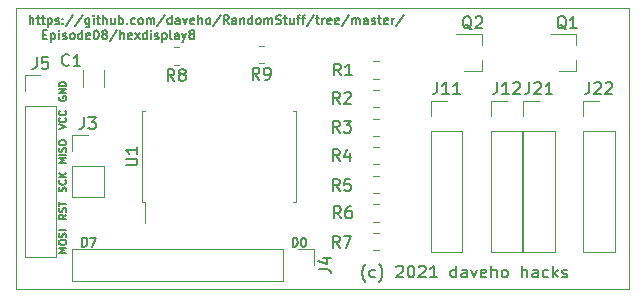
<source format=gbr>
G04 #@! TF.GenerationSoftware,KiCad,Pcbnew,5.1.10-88a1d61d58~88~ubuntu20.04.1*
G04 #@! TF.CreationDate,2021-05-20T13:29:31-04:00*
G04 #@! TF.ProjectId,hexdisplay8,68657864-6973-4706-9c61-79382e6b6963,rev?*
G04 #@! TF.SameCoordinates,Original*
G04 #@! TF.FileFunction,Legend,Top*
G04 #@! TF.FilePolarity,Positive*
%FSLAX46Y46*%
G04 Gerber Fmt 4.6, Leading zero omitted, Abs format (unit mm)*
G04 Created by KiCad (PCBNEW 5.1.10-88a1d61d58~88~ubuntu20.04.1) date 2021-05-20 13:29:31*
%MOMM*%
%LPD*%
G01*
G04 APERTURE LIST*
G04 #@! TA.AperFunction,Profile*
%ADD10C,0.050000*%
G04 #@! TD*
%ADD11C,0.150000*%
%ADD12C,0.120000*%
G04 APERTURE END LIST*
D10*
X188000000Y-122000000D02*
X136100000Y-122000000D01*
X188000000Y-98200000D02*
X136400000Y-98200000D01*
X188000000Y-122000000D02*
X188000000Y-98200000D01*
D11*
X140371428Y-118942857D02*
X139771428Y-118942857D01*
X140200000Y-118742857D01*
X139771428Y-118542857D01*
X140371428Y-118542857D01*
X139771428Y-118142857D02*
X139771428Y-118028571D01*
X139800000Y-117971428D01*
X139857142Y-117914285D01*
X139971428Y-117885714D01*
X140171428Y-117885714D01*
X140285714Y-117914285D01*
X140342857Y-117971428D01*
X140371428Y-118028571D01*
X140371428Y-118142857D01*
X140342857Y-118200000D01*
X140285714Y-118257142D01*
X140171428Y-118285714D01*
X139971428Y-118285714D01*
X139857142Y-118257142D01*
X139800000Y-118200000D01*
X139771428Y-118142857D01*
X140342857Y-117657142D02*
X140371428Y-117571428D01*
X140371428Y-117428571D01*
X140342857Y-117371428D01*
X140314285Y-117342857D01*
X140257142Y-117314285D01*
X140200000Y-117314285D01*
X140142857Y-117342857D01*
X140114285Y-117371428D01*
X140085714Y-117428571D01*
X140057142Y-117542857D01*
X140028571Y-117600000D01*
X140000000Y-117628571D01*
X139942857Y-117657142D01*
X139885714Y-117657142D01*
X139828571Y-117628571D01*
X139800000Y-117600000D01*
X139771428Y-117542857D01*
X139771428Y-117400000D01*
X139800000Y-117314285D01*
X140371428Y-117057142D02*
X139771428Y-117057142D01*
X140371428Y-115728571D02*
X140085714Y-115928571D01*
X140371428Y-116071428D02*
X139771428Y-116071428D01*
X139771428Y-115842857D01*
X139800000Y-115785714D01*
X139828571Y-115757142D01*
X139885714Y-115728571D01*
X139971428Y-115728571D01*
X140028571Y-115757142D01*
X140057142Y-115785714D01*
X140085714Y-115842857D01*
X140085714Y-116071428D01*
X140342857Y-115500000D02*
X140371428Y-115414285D01*
X140371428Y-115271428D01*
X140342857Y-115214285D01*
X140314285Y-115185714D01*
X140257142Y-115157142D01*
X140200000Y-115157142D01*
X140142857Y-115185714D01*
X140114285Y-115214285D01*
X140085714Y-115271428D01*
X140057142Y-115385714D01*
X140028571Y-115442857D01*
X140000000Y-115471428D01*
X139942857Y-115500000D01*
X139885714Y-115500000D01*
X139828571Y-115471428D01*
X139800000Y-115442857D01*
X139771428Y-115385714D01*
X139771428Y-115242857D01*
X139800000Y-115157142D01*
X139771428Y-114985714D02*
X139771428Y-114642857D01*
X140371428Y-114814285D02*
X139771428Y-114814285D01*
X140342857Y-113771428D02*
X140371428Y-113685714D01*
X140371428Y-113542857D01*
X140342857Y-113485714D01*
X140314285Y-113457142D01*
X140257142Y-113428571D01*
X140200000Y-113428571D01*
X140142857Y-113457142D01*
X140114285Y-113485714D01*
X140085714Y-113542857D01*
X140057142Y-113657142D01*
X140028571Y-113714285D01*
X140000000Y-113742857D01*
X139942857Y-113771428D01*
X139885714Y-113771428D01*
X139828571Y-113742857D01*
X139800000Y-113714285D01*
X139771428Y-113657142D01*
X139771428Y-113514285D01*
X139800000Y-113428571D01*
X140314285Y-112828571D02*
X140342857Y-112857142D01*
X140371428Y-112942857D01*
X140371428Y-113000000D01*
X140342857Y-113085714D01*
X140285714Y-113142857D01*
X140228571Y-113171428D01*
X140114285Y-113200000D01*
X140028571Y-113200000D01*
X139914285Y-113171428D01*
X139857142Y-113142857D01*
X139800000Y-113085714D01*
X139771428Y-113000000D01*
X139771428Y-112942857D01*
X139800000Y-112857142D01*
X139828571Y-112828571D01*
X140371428Y-112571428D02*
X139771428Y-112571428D01*
X140371428Y-112228571D02*
X140028571Y-112485714D01*
X139771428Y-112228571D02*
X140114285Y-112571428D01*
X140371428Y-111342857D02*
X139771428Y-111342857D01*
X140200000Y-111142857D01*
X139771428Y-110942857D01*
X140371428Y-110942857D01*
X140371428Y-110657142D02*
X139771428Y-110657142D01*
X140342857Y-110400000D02*
X140371428Y-110314285D01*
X140371428Y-110171428D01*
X140342857Y-110114285D01*
X140314285Y-110085714D01*
X140257142Y-110057142D01*
X140200000Y-110057142D01*
X140142857Y-110085714D01*
X140114285Y-110114285D01*
X140085714Y-110171428D01*
X140057142Y-110285714D01*
X140028571Y-110342857D01*
X140000000Y-110371428D01*
X139942857Y-110400000D01*
X139885714Y-110400000D01*
X139828571Y-110371428D01*
X139800000Y-110342857D01*
X139771428Y-110285714D01*
X139771428Y-110142857D01*
X139800000Y-110057142D01*
X139771428Y-109685714D02*
X139771428Y-109571428D01*
X139800000Y-109514285D01*
X139857142Y-109457142D01*
X139971428Y-109428571D01*
X140171428Y-109428571D01*
X140285714Y-109457142D01*
X140342857Y-109514285D01*
X140371428Y-109571428D01*
X140371428Y-109685714D01*
X140342857Y-109742857D01*
X140285714Y-109800000D01*
X140171428Y-109828571D01*
X139971428Y-109828571D01*
X139857142Y-109800000D01*
X139800000Y-109742857D01*
X139771428Y-109685714D01*
X139771428Y-108500000D02*
X140371428Y-108300000D01*
X139771428Y-108100000D01*
X140314285Y-107557142D02*
X140342857Y-107585714D01*
X140371428Y-107671428D01*
X140371428Y-107728571D01*
X140342857Y-107814285D01*
X140285714Y-107871428D01*
X140228571Y-107900000D01*
X140114285Y-107928571D01*
X140028571Y-107928571D01*
X139914285Y-107900000D01*
X139857142Y-107871428D01*
X139800000Y-107814285D01*
X139771428Y-107728571D01*
X139771428Y-107671428D01*
X139800000Y-107585714D01*
X139828571Y-107557142D01*
X140314285Y-106957142D02*
X140342857Y-106985714D01*
X140371428Y-107071428D01*
X140371428Y-107128571D01*
X140342857Y-107214285D01*
X140285714Y-107271428D01*
X140228571Y-107300000D01*
X140114285Y-107328571D01*
X140028571Y-107328571D01*
X139914285Y-107300000D01*
X139857142Y-107271428D01*
X139800000Y-107214285D01*
X139771428Y-107128571D01*
X139771428Y-107071428D01*
X139800000Y-106985714D01*
X139828571Y-106957142D01*
X139800000Y-105757142D02*
X139771428Y-105814285D01*
X139771428Y-105900000D01*
X139800000Y-105985714D01*
X139857142Y-106042857D01*
X139914285Y-106071428D01*
X140028571Y-106100000D01*
X140114285Y-106100000D01*
X140228571Y-106071428D01*
X140285714Y-106042857D01*
X140342857Y-105985714D01*
X140371428Y-105900000D01*
X140371428Y-105842857D01*
X140342857Y-105757142D01*
X140314285Y-105728571D01*
X140114285Y-105728571D01*
X140114285Y-105842857D01*
X140371428Y-105471428D02*
X139771428Y-105471428D01*
X140371428Y-105128571D01*
X139771428Y-105128571D01*
X140371428Y-104842857D02*
X139771428Y-104842857D01*
X139771428Y-104700000D01*
X139800000Y-104614285D01*
X139857142Y-104557142D01*
X139914285Y-104528571D01*
X140028571Y-104500000D01*
X140114285Y-104500000D01*
X140228571Y-104528571D01*
X140285714Y-104557142D01*
X140342857Y-104614285D01*
X140371428Y-104700000D01*
X140371428Y-104842857D01*
X159546428Y-118439285D02*
X159546428Y-117689285D01*
X159725000Y-117689285D01*
X159832142Y-117725000D01*
X159903571Y-117796428D01*
X159939285Y-117867857D01*
X159975000Y-118010714D01*
X159975000Y-118117857D01*
X159939285Y-118260714D01*
X159903571Y-118332142D01*
X159832142Y-118403571D01*
X159725000Y-118439285D01*
X159546428Y-118439285D01*
X160439285Y-117689285D02*
X160510714Y-117689285D01*
X160582142Y-117725000D01*
X160617857Y-117760714D01*
X160653571Y-117832142D01*
X160689285Y-117975000D01*
X160689285Y-118153571D01*
X160653571Y-118296428D01*
X160617857Y-118367857D01*
X160582142Y-118403571D01*
X160510714Y-118439285D01*
X160439285Y-118439285D01*
X160367857Y-118403571D01*
X160332142Y-118367857D01*
X160296428Y-118296428D01*
X160260714Y-118153571D01*
X160260714Y-117975000D01*
X160296428Y-117832142D01*
X160332142Y-117760714D01*
X160367857Y-117725000D01*
X160439285Y-117689285D01*
X141746428Y-118439285D02*
X141746428Y-117689285D01*
X141925000Y-117689285D01*
X142032142Y-117725000D01*
X142103571Y-117796428D01*
X142139285Y-117867857D01*
X142175000Y-118010714D01*
X142175000Y-118117857D01*
X142139285Y-118260714D01*
X142103571Y-118332142D01*
X142032142Y-118403571D01*
X141925000Y-118439285D01*
X141746428Y-118439285D01*
X142425000Y-117689285D02*
X142925000Y-117689285D01*
X142603571Y-118439285D01*
X137276071Y-99601785D02*
X137276071Y-98851785D01*
X137597500Y-99601785D02*
X137597500Y-99208928D01*
X137561785Y-99137500D01*
X137490357Y-99101785D01*
X137383214Y-99101785D01*
X137311785Y-99137500D01*
X137276071Y-99173214D01*
X137847500Y-99101785D02*
X138133214Y-99101785D01*
X137954642Y-98851785D02*
X137954642Y-99494642D01*
X137990357Y-99566071D01*
X138061785Y-99601785D01*
X138133214Y-99601785D01*
X138276071Y-99101785D02*
X138561785Y-99101785D01*
X138383214Y-98851785D02*
X138383214Y-99494642D01*
X138418928Y-99566071D01*
X138490357Y-99601785D01*
X138561785Y-99601785D01*
X138811785Y-99101785D02*
X138811785Y-99851785D01*
X138811785Y-99137500D02*
X138883214Y-99101785D01*
X139026071Y-99101785D01*
X139097500Y-99137500D01*
X139133214Y-99173214D01*
X139168928Y-99244642D01*
X139168928Y-99458928D01*
X139133214Y-99530357D01*
X139097500Y-99566071D01*
X139026071Y-99601785D01*
X138883214Y-99601785D01*
X138811785Y-99566071D01*
X139454642Y-99566071D02*
X139526071Y-99601785D01*
X139668928Y-99601785D01*
X139740357Y-99566071D01*
X139776071Y-99494642D01*
X139776071Y-99458928D01*
X139740357Y-99387500D01*
X139668928Y-99351785D01*
X139561785Y-99351785D01*
X139490357Y-99316071D01*
X139454642Y-99244642D01*
X139454642Y-99208928D01*
X139490357Y-99137500D01*
X139561785Y-99101785D01*
X139668928Y-99101785D01*
X139740357Y-99137500D01*
X140097500Y-99530357D02*
X140133214Y-99566071D01*
X140097500Y-99601785D01*
X140061785Y-99566071D01*
X140097500Y-99530357D01*
X140097500Y-99601785D01*
X140097500Y-99137500D02*
X140133214Y-99173214D01*
X140097500Y-99208928D01*
X140061785Y-99173214D01*
X140097500Y-99137500D01*
X140097500Y-99208928D01*
X140990357Y-98816071D02*
X140347500Y-99780357D01*
X141776071Y-98816071D02*
X141133214Y-99780357D01*
X142347500Y-99101785D02*
X142347500Y-99708928D01*
X142311785Y-99780357D01*
X142276071Y-99816071D01*
X142204642Y-99851785D01*
X142097500Y-99851785D01*
X142026071Y-99816071D01*
X142347500Y-99566071D02*
X142276071Y-99601785D01*
X142133214Y-99601785D01*
X142061785Y-99566071D01*
X142026071Y-99530357D01*
X141990357Y-99458928D01*
X141990357Y-99244642D01*
X142026071Y-99173214D01*
X142061785Y-99137500D01*
X142133214Y-99101785D01*
X142276071Y-99101785D01*
X142347500Y-99137500D01*
X142704642Y-99601785D02*
X142704642Y-99101785D01*
X142704642Y-98851785D02*
X142668928Y-98887500D01*
X142704642Y-98923214D01*
X142740357Y-98887500D01*
X142704642Y-98851785D01*
X142704642Y-98923214D01*
X142954642Y-99101785D02*
X143240357Y-99101785D01*
X143061785Y-98851785D02*
X143061785Y-99494642D01*
X143097500Y-99566071D01*
X143168928Y-99601785D01*
X143240357Y-99601785D01*
X143490357Y-99601785D02*
X143490357Y-98851785D01*
X143811785Y-99601785D02*
X143811785Y-99208928D01*
X143776071Y-99137500D01*
X143704642Y-99101785D01*
X143597500Y-99101785D01*
X143526071Y-99137500D01*
X143490357Y-99173214D01*
X144490357Y-99101785D02*
X144490357Y-99601785D01*
X144168928Y-99101785D02*
X144168928Y-99494642D01*
X144204642Y-99566071D01*
X144276071Y-99601785D01*
X144383214Y-99601785D01*
X144454642Y-99566071D01*
X144490357Y-99530357D01*
X144847500Y-99601785D02*
X144847500Y-98851785D01*
X144847500Y-99137500D02*
X144918928Y-99101785D01*
X145061785Y-99101785D01*
X145133214Y-99137500D01*
X145168928Y-99173214D01*
X145204642Y-99244642D01*
X145204642Y-99458928D01*
X145168928Y-99530357D01*
X145133214Y-99566071D01*
X145061785Y-99601785D01*
X144918928Y-99601785D01*
X144847500Y-99566071D01*
X145526071Y-99530357D02*
X145561785Y-99566071D01*
X145526071Y-99601785D01*
X145490357Y-99566071D01*
X145526071Y-99530357D01*
X145526071Y-99601785D01*
X146204642Y-99566071D02*
X146133214Y-99601785D01*
X145990357Y-99601785D01*
X145918928Y-99566071D01*
X145883214Y-99530357D01*
X145847500Y-99458928D01*
X145847500Y-99244642D01*
X145883214Y-99173214D01*
X145918928Y-99137500D01*
X145990357Y-99101785D01*
X146133214Y-99101785D01*
X146204642Y-99137500D01*
X146633214Y-99601785D02*
X146561785Y-99566071D01*
X146526071Y-99530357D01*
X146490357Y-99458928D01*
X146490357Y-99244642D01*
X146526071Y-99173214D01*
X146561785Y-99137500D01*
X146633214Y-99101785D01*
X146740357Y-99101785D01*
X146811785Y-99137500D01*
X146847500Y-99173214D01*
X146883214Y-99244642D01*
X146883214Y-99458928D01*
X146847500Y-99530357D01*
X146811785Y-99566071D01*
X146740357Y-99601785D01*
X146633214Y-99601785D01*
X147204642Y-99601785D02*
X147204642Y-99101785D01*
X147204642Y-99173214D02*
X147240357Y-99137500D01*
X147311785Y-99101785D01*
X147418928Y-99101785D01*
X147490357Y-99137500D01*
X147526071Y-99208928D01*
X147526071Y-99601785D01*
X147526071Y-99208928D02*
X147561785Y-99137500D01*
X147633214Y-99101785D01*
X147740357Y-99101785D01*
X147811785Y-99137500D01*
X147847500Y-99208928D01*
X147847500Y-99601785D01*
X148740357Y-98816071D02*
X148097500Y-99780357D01*
X149311785Y-99601785D02*
X149311785Y-98851785D01*
X149311785Y-99566071D02*
X149240357Y-99601785D01*
X149097500Y-99601785D01*
X149026071Y-99566071D01*
X148990357Y-99530357D01*
X148954642Y-99458928D01*
X148954642Y-99244642D01*
X148990357Y-99173214D01*
X149026071Y-99137500D01*
X149097500Y-99101785D01*
X149240357Y-99101785D01*
X149311785Y-99137500D01*
X149990357Y-99601785D02*
X149990357Y-99208928D01*
X149954642Y-99137500D01*
X149883214Y-99101785D01*
X149740357Y-99101785D01*
X149668928Y-99137500D01*
X149990357Y-99566071D02*
X149918928Y-99601785D01*
X149740357Y-99601785D01*
X149668928Y-99566071D01*
X149633214Y-99494642D01*
X149633214Y-99423214D01*
X149668928Y-99351785D01*
X149740357Y-99316071D01*
X149918928Y-99316071D01*
X149990357Y-99280357D01*
X150276071Y-99101785D02*
X150454642Y-99601785D01*
X150633214Y-99101785D01*
X151204642Y-99566071D02*
X151133214Y-99601785D01*
X150990357Y-99601785D01*
X150918928Y-99566071D01*
X150883214Y-99494642D01*
X150883214Y-99208928D01*
X150918928Y-99137500D01*
X150990357Y-99101785D01*
X151133214Y-99101785D01*
X151204642Y-99137500D01*
X151240357Y-99208928D01*
X151240357Y-99280357D01*
X150883214Y-99351785D01*
X151561785Y-99601785D02*
X151561785Y-98851785D01*
X151883214Y-99601785D02*
X151883214Y-99208928D01*
X151847500Y-99137500D01*
X151776071Y-99101785D01*
X151668928Y-99101785D01*
X151597500Y-99137500D01*
X151561785Y-99173214D01*
X152347500Y-99601785D02*
X152276071Y-99566071D01*
X152240357Y-99530357D01*
X152204642Y-99458928D01*
X152204642Y-99244642D01*
X152240357Y-99173214D01*
X152276071Y-99137500D01*
X152347500Y-99101785D01*
X152454642Y-99101785D01*
X152526071Y-99137500D01*
X152561785Y-99173214D01*
X152597500Y-99244642D01*
X152597500Y-99458928D01*
X152561785Y-99530357D01*
X152526071Y-99566071D01*
X152454642Y-99601785D01*
X152347500Y-99601785D01*
X153454642Y-98816071D02*
X152811785Y-99780357D01*
X154133214Y-99601785D02*
X153883214Y-99244642D01*
X153704642Y-99601785D02*
X153704642Y-98851785D01*
X153990357Y-98851785D01*
X154061785Y-98887500D01*
X154097500Y-98923214D01*
X154133214Y-98994642D01*
X154133214Y-99101785D01*
X154097500Y-99173214D01*
X154061785Y-99208928D01*
X153990357Y-99244642D01*
X153704642Y-99244642D01*
X154776071Y-99601785D02*
X154776071Y-99208928D01*
X154740357Y-99137500D01*
X154668928Y-99101785D01*
X154526071Y-99101785D01*
X154454642Y-99137500D01*
X154776071Y-99566071D02*
X154704642Y-99601785D01*
X154526071Y-99601785D01*
X154454642Y-99566071D01*
X154418928Y-99494642D01*
X154418928Y-99423214D01*
X154454642Y-99351785D01*
X154526071Y-99316071D01*
X154704642Y-99316071D01*
X154776071Y-99280357D01*
X155133214Y-99101785D02*
X155133214Y-99601785D01*
X155133214Y-99173214D02*
X155168928Y-99137500D01*
X155240357Y-99101785D01*
X155347500Y-99101785D01*
X155418928Y-99137500D01*
X155454642Y-99208928D01*
X155454642Y-99601785D01*
X156133214Y-99601785D02*
X156133214Y-98851785D01*
X156133214Y-99566071D02*
X156061785Y-99601785D01*
X155918928Y-99601785D01*
X155847500Y-99566071D01*
X155811785Y-99530357D01*
X155776071Y-99458928D01*
X155776071Y-99244642D01*
X155811785Y-99173214D01*
X155847500Y-99137500D01*
X155918928Y-99101785D01*
X156061785Y-99101785D01*
X156133214Y-99137500D01*
X156597500Y-99601785D02*
X156526071Y-99566071D01*
X156490357Y-99530357D01*
X156454642Y-99458928D01*
X156454642Y-99244642D01*
X156490357Y-99173214D01*
X156526071Y-99137500D01*
X156597500Y-99101785D01*
X156704642Y-99101785D01*
X156776071Y-99137500D01*
X156811785Y-99173214D01*
X156847500Y-99244642D01*
X156847500Y-99458928D01*
X156811785Y-99530357D01*
X156776071Y-99566071D01*
X156704642Y-99601785D01*
X156597500Y-99601785D01*
X157168928Y-99601785D02*
X157168928Y-99101785D01*
X157168928Y-99173214D02*
X157204642Y-99137500D01*
X157276071Y-99101785D01*
X157383214Y-99101785D01*
X157454642Y-99137500D01*
X157490357Y-99208928D01*
X157490357Y-99601785D01*
X157490357Y-99208928D02*
X157526071Y-99137500D01*
X157597500Y-99101785D01*
X157704642Y-99101785D01*
X157776071Y-99137500D01*
X157811785Y-99208928D01*
X157811785Y-99601785D01*
X158133214Y-99566071D02*
X158240357Y-99601785D01*
X158418928Y-99601785D01*
X158490357Y-99566071D01*
X158526071Y-99530357D01*
X158561785Y-99458928D01*
X158561785Y-99387500D01*
X158526071Y-99316071D01*
X158490357Y-99280357D01*
X158418928Y-99244642D01*
X158276071Y-99208928D01*
X158204642Y-99173214D01*
X158168928Y-99137500D01*
X158133214Y-99066071D01*
X158133214Y-98994642D01*
X158168928Y-98923214D01*
X158204642Y-98887500D01*
X158276071Y-98851785D01*
X158454642Y-98851785D01*
X158561785Y-98887500D01*
X158776071Y-99101785D02*
X159061785Y-99101785D01*
X158883214Y-98851785D02*
X158883214Y-99494642D01*
X158918928Y-99566071D01*
X158990357Y-99601785D01*
X159061785Y-99601785D01*
X159633214Y-99101785D02*
X159633214Y-99601785D01*
X159311785Y-99101785D02*
X159311785Y-99494642D01*
X159347500Y-99566071D01*
X159418928Y-99601785D01*
X159526071Y-99601785D01*
X159597500Y-99566071D01*
X159633214Y-99530357D01*
X159883214Y-99101785D02*
X160168928Y-99101785D01*
X159990357Y-99601785D02*
X159990357Y-98958928D01*
X160026071Y-98887500D01*
X160097500Y-98851785D01*
X160168928Y-98851785D01*
X160311785Y-99101785D02*
X160597500Y-99101785D01*
X160418928Y-99601785D02*
X160418928Y-98958928D01*
X160454642Y-98887500D01*
X160526071Y-98851785D01*
X160597500Y-98851785D01*
X161383214Y-98816071D02*
X160740357Y-99780357D01*
X161526071Y-99101785D02*
X161811785Y-99101785D01*
X161633214Y-98851785D02*
X161633214Y-99494642D01*
X161668928Y-99566071D01*
X161740357Y-99601785D01*
X161811785Y-99601785D01*
X162061785Y-99601785D02*
X162061785Y-99101785D01*
X162061785Y-99244642D02*
X162097500Y-99173214D01*
X162133214Y-99137500D01*
X162204642Y-99101785D01*
X162276071Y-99101785D01*
X162811785Y-99566071D02*
X162740357Y-99601785D01*
X162597500Y-99601785D01*
X162526071Y-99566071D01*
X162490357Y-99494642D01*
X162490357Y-99208928D01*
X162526071Y-99137500D01*
X162597500Y-99101785D01*
X162740357Y-99101785D01*
X162811785Y-99137500D01*
X162847500Y-99208928D01*
X162847500Y-99280357D01*
X162490357Y-99351785D01*
X163454642Y-99566071D02*
X163383214Y-99601785D01*
X163240357Y-99601785D01*
X163168928Y-99566071D01*
X163133214Y-99494642D01*
X163133214Y-99208928D01*
X163168928Y-99137500D01*
X163240357Y-99101785D01*
X163383214Y-99101785D01*
X163454642Y-99137500D01*
X163490357Y-99208928D01*
X163490357Y-99280357D01*
X163133214Y-99351785D01*
X164347500Y-98816071D02*
X163704642Y-99780357D01*
X164597500Y-99601785D02*
X164597500Y-99101785D01*
X164597500Y-99173214D02*
X164633214Y-99137500D01*
X164704642Y-99101785D01*
X164811785Y-99101785D01*
X164883214Y-99137500D01*
X164918928Y-99208928D01*
X164918928Y-99601785D01*
X164918928Y-99208928D02*
X164954642Y-99137500D01*
X165026071Y-99101785D01*
X165133214Y-99101785D01*
X165204642Y-99137500D01*
X165240357Y-99208928D01*
X165240357Y-99601785D01*
X165918928Y-99601785D02*
X165918928Y-99208928D01*
X165883214Y-99137500D01*
X165811785Y-99101785D01*
X165668928Y-99101785D01*
X165597500Y-99137500D01*
X165918928Y-99566071D02*
X165847500Y-99601785D01*
X165668928Y-99601785D01*
X165597500Y-99566071D01*
X165561785Y-99494642D01*
X165561785Y-99423214D01*
X165597500Y-99351785D01*
X165668928Y-99316071D01*
X165847500Y-99316071D01*
X165918928Y-99280357D01*
X166240357Y-99566071D02*
X166311785Y-99601785D01*
X166454642Y-99601785D01*
X166526071Y-99566071D01*
X166561785Y-99494642D01*
X166561785Y-99458928D01*
X166526071Y-99387500D01*
X166454642Y-99351785D01*
X166347500Y-99351785D01*
X166276071Y-99316071D01*
X166240357Y-99244642D01*
X166240357Y-99208928D01*
X166276071Y-99137500D01*
X166347500Y-99101785D01*
X166454642Y-99101785D01*
X166526071Y-99137500D01*
X166776071Y-99101785D02*
X167061785Y-99101785D01*
X166883214Y-98851785D02*
X166883214Y-99494642D01*
X166918928Y-99566071D01*
X166990357Y-99601785D01*
X167061785Y-99601785D01*
X167597500Y-99566071D02*
X167526071Y-99601785D01*
X167383214Y-99601785D01*
X167311785Y-99566071D01*
X167276071Y-99494642D01*
X167276071Y-99208928D01*
X167311785Y-99137500D01*
X167383214Y-99101785D01*
X167526071Y-99101785D01*
X167597500Y-99137500D01*
X167633214Y-99208928D01*
X167633214Y-99280357D01*
X167276071Y-99351785D01*
X167954642Y-99601785D02*
X167954642Y-99101785D01*
X167954642Y-99244642D02*
X167990357Y-99173214D01*
X168026071Y-99137500D01*
X168097500Y-99101785D01*
X168168928Y-99101785D01*
X168954642Y-98816071D02*
X168311785Y-99780357D01*
X138418928Y-100483928D02*
X138668928Y-100483928D01*
X138776071Y-100876785D02*
X138418928Y-100876785D01*
X138418928Y-100126785D01*
X138776071Y-100126785D01*
X139097500Y-100376785D02*
X139097500Y-101126785D01*
X139097500Y-100412500D02*
X139168928Y-100376785D01*
X139311785Y-100376785D01*
X139383214Y-100412500D01*
X139418928Y-100448214D01*
X139454642Y-100519642D01*
X139454642Y-100733928D01*
X139418928Y-100805357D01*
X139383214Y-100841071D01*
X139311785Y-100876785D01*
X139168928Y-100876785D01*
X139097500Y-100841071D01*
X139776071Y-100876785D02*
X139776071Y-100376785D01*
X139776071Y-100126785D02*
X139740357Y-100162500D01*
X139776071Y-100198214D01*
X139811785Y-100162500D01*
X139776071Y-100126785D01*
X139776071Y-100198214D01*
X140097500Y-100841071D02*
X140168928Y-100876785D01*
X140311785Y-100876785D01*
X140383214Y-100841071D01*
X140418928Y-100769642D01*
X140418928Y-100733928D01*
X140383214Y-100662500D01*
X140311785Y-100626785D01*
X140204642Y-100626785D01*
X140133214Y-100591071D01*
X140097500Y-100519642D01*
X140097500Y-100483928D01*
X140133214Y-100412500D01*
X140204642Y-100376785D01*
X140311785Y-100376785D01*
X140383214Y-100412500D01*
X140847500Y-100876785D02*
X140776071Y-100841071D01*
X140740357Y-100805357D01*
X140704642Y-100733928D01*
X140704642Y-100519642D01*
X140740357Y-100448214D01*
X140776071Y-100412500D01*
X140847500Y-100376785D01*
X140954642Y-100376785D01*
X141026071Y-100412500D01*
X141061785Y-100448214D01*
X141097500Y-100519642D01*
X141097500Y-100733928D01*
X141061785Y-100805357D01*
X141026071Y-100841071D01*
X140954642Y-100876785D01*
X140847500Y-100876785D01*
X141740357Y-100876785D02*
X141740357Y-100126785D01*
X141740357Y-100841071D02*
X141668928Y-100876785D01*
X141526071Y-100876785D01*
X141454642Y-100841071D01*
X141418928Y-100805357D01*
X141383214Y-100733928D01*
X141383214Y-100519642D01*
X141418928Y-100448214D01*
X141454642Y-100412500D01*
X141526071Y-100376785D01*
X141668928Y-100376785D01*
X141740357Y-100412500D01*
X142383214Y-100841071D02*
X142311785Y-100876785D01*
X142168928Y-100876785D01*
X142097500Y-100841071D01*
X142061785Y-100769642D01*
X142061785Y-100483928D01*
X142097500Y-100412500D01*
X142168928Y-100376785D01*
X142311785Y-100376785D01*
X142383214Y-100412500D01*
X142418928Y-100483928D01*
X142418928Y-100555357D01*
X142061785Y-100626785D01*
X142883214Y-100126785D02*
X142954642Y-100126785D01*
X143026071Y-100162500D01*
X143061785Y-100198214D01*
X143097500Y-100269642D01*
X143133214Y-100412500D01*
X143133214Y-100591071D01*
X143097500Y-100733928D01*
X143061785Y-100805357D01*
X143026071Y-100841071D01*
X142954642Y-100876785D01*
X142883214Y-100876785D01*
X142811785Y-100841071D01*
X142776071Y-100805357D01*
X142740357Y-100733928D01*
X142704642Y-100591071D01*
X142704642Y-100412500D01*
X142740357Y-100269642D01*
X142776071Y-100198214D01*
X142811785Y-100162500D01*
X142883214Y-100126785D01*
X143561785Y-100448214D02*
X143490357Y-100412500D01*
X143454642Y-100376785D01*
X143418928Y-100305357D01*
X143418928Y-100269642D01*
X143454642Y-100198214D01*
X143490357Y-100162500D01*
X143561785Y-100126785D01*
X143704642Y-100126785D01*
X143776071Y-100162500D01*
X143811785Y-100198214D01*
X143847500Y-100269642D01*
X143847500Y-100305357D01*
X143811785Y-100376785D01*
X143776071Y-100412500D01*
X143704642Y-100448214D01*
X143561785Y-100448214D01*
X143490357Y-100483928D01*
X143454642Y-100519642D01*
X143418928Y-100591071D01*
X143418928Y-100733928D01*
X143454642Y-100805357D01*
X143490357Y-100841071D01*
X143561785Y-100876785D01*
X143704642Y-100876785D01*
X143776071Y-100841071D01*
X143811785Y-100805357D01*
X143847500Y-100733928D01*
X143847500Y-100591071D01*
X143811785Y-100519642D01*
X143776071Y-100483928D01*
X143704642Y-100448214D01*
X144704642Y-100091071D02*
X144061785Y-101055357D01*
X144954642Y-100876785D02*
X144954642Y-100126785D01*
X145276071Y-100876785D02*
X145276071Y-100483928D01*
X145240357Y-100412500D01*
X145168928Y-100376785D01*
X145061785Y-100376785D01*
X144990357Y-100412500D01*
X144954642Y-100448214D01*
X145918928Y-100841071D02*
X145847500Y-100876785D01*
X145704642Y-100876785D01*
X145633214Y-100841071D01*
X145597500Y-100769642D01*
X145597500Y-100483928D01*
X145633214Y-100412500D01*
X145704642Y-100376785D01*
X145847500Y-100376785D01*
X145918928Y-100412500D01*
X145954642Y-100483928D01*
X145954642Y-100555357D01*
X145597500Y-100626785D01*
X146204642Y-100876785D02*
X146597500Y-100376785D01*
X146204642Y-100376785D02*
X146597500Y-100876785D01*
X147204642Y-100876785D02*
X147204642Y-100126785D01*
X147204642Y-100841071D02*
X147133214Y-100876785D01*
X146990357Y-100876785D01*
X146918928Y-100841071D01*
X146883214Y-100805357D01*
X146847500Y-100733928D01*
X146847500Y-100519642D01*
X146883214Y-100448214D01*
X146918928Y-100412500D01*
X146990357Y-100376785D01*
X147133214Y-100376785D01*
X147204642Y-100412500D01*
X147561785Y-100876785D02*
X147561785Y-100376785D01*
X147561785Y-100126785D02*
X147526071Y-100162500D01*
X147561785Y-100198214D01*
X147597500Y-100162500D01*
X147561785Y-100126785D01*
X147561785Y-100198214D01*
X147883214Y-100841071D02*
X147954642Y-100876785D01*
X148097500Y-100876785D01*
X148168928Y-100841071D01*
X148204642Y-100769642D01*
X148204642Y-100733928D01*
X148168928Y-100662500D01*
X148097500Y-100626785D01*
X147990357Y-100626785D01*
X147918928Y-100591071D01*
X147883214Y-100519642D01*
X147883214Y-100483928D01*
X147918928Y-100412500D01*
X147990357Y-100376785D01*
X148097500Y-100376785D01*
X148168928Y-100412500D01*
X148526071Y-100376785D02*
X148526071Y-101126785D01*
X148526071Y-100412500D02*
X148597500Y-100376785D01*
X148740357Y-100376785D01*
X148811785Y-100412500D01*
X148847500Y-100448214D01*
X148883214Y-100519642D01*
X148883214Y-100733928D01*
X148847500Y-100805357D01*
X148811785Y-100841071D01*
X148740357Y-100876785D01*
X148597500Y-100876785D01*
X148526071Y-100841071D01*
X149311785Y-100876785D02*
X149240357Y-100841071D01*
X149204642Y-100769642D01*
X149204642Y-100126785D01*
X149918928Y-100876785D02*
X149918928Y-100483928D01*
X149883214Y-100412500D01*
X149811785Y-100376785D01*
X149668928Y-100376785D01*
X149597500Y-100412500D01*
X149918928Y-100841071D02*
X149847500Y-100876785D01*
X149668928Y-100876785D01*
X149597500Y-100841071D01*
X149561785Y-100769642D01*
X149561785Y-100698214D01*
X149597500Y-100626785D01*
X149668928Y-100591071D01*
X149847500Y-100591071D01*
X149918928Y-100555357D01*
X150204642Y-100376785D02*
X150383214Y-100876785D01*
X150561785Y-100376785D02*
X150383214Y-100876785D01*
X150311785Y-101055357D01*
X150276071Y-101091071D01*
X150204642Y-101126785D01*
X150954642Y-100448214D02*
X150883214Y-100412500D01*
X150847500Y-100376785D01*
X150811785Y-100305357D01*
X150811785Y-100269642D01*
X150847500Y-100198214D01*
X150883214Y-100162500D01*
X150954642Y-100126785D01*
X151097500Y-100126785D01*
X151168928Y-100162500D01*
X151204642Y-100198214D01*
X151240357Y-100269642D01*
X151240357Y-100305357D01*
X151204642Y-100376785D01*
X151168928Y-100412500D01*
X151097500Y-100448214D01*
X150954642Y-100448214D01*
X150883214Y-100483928D01*
X150847500Y-100519642D01*
X150811785Y-100591071D01*
X150811785Y-100733928D01*
X150847500Y-100805357D01*
X150883214Y-100841071D01*
X150954642Y-100876785D01*
X151097500Y-100876785D01*
X151168928Y-100841071D01*
X151204642Y-100805357D01*
X151240357Y-100733928D01*
X151240357Y-100591071D01*
X151204642Y-100519642D01*
X151168928Y-100483928D01*
X151097500Y-100448214D01*
X165719047Y-121433333D02*
X165671428Y-121385714D01*
X165576190Y-121242857D01*
X165528571Y-121147619D01*
X165480952Y-121004761D01*
X165433333Y-120766666D01*
X165433333Y-120576190D01*
X165480952Y-120338095D01*
X165528571Y-120195238D01*
X165576190Y-120100000D01*
X165671428Y-119957142D01*
X165719047Y-119909523D01*
X166528571Y-121004761D02*
X166433333Y-121052380D01*
X166242857Y-121052380D01*
X166147619Y-121004761D01*
X166100000Y-120957142D01*
X166052380Y-120861904D01*
X166052380Y-120576190D01*
X166100000Y-120480952D01*
X166147619Y-120433333D01*
X166242857Y-120385714D01*
X166433333Y-120385714D01*
X166528571Y-120433333D01*
X166861904Y-121433333D02*
X166909523Y-121385714D01*
X167004761Y-121242857D01*
X167052380Y-121147619D01*
X167100000Y-121004761D01*
X167147619Y-120766666D01*
X167147619Y-120576190D01*
X167100000Y-120338095D01*
X167052380Y-120195238D01*
X167004761Y-120100000D01*
X166909523Y-119957142D01*
X166861904Y-119909523D01*
X168338095Y-120147619D02*
X168385714Y-120100000D01*
X168480952Y-120052380D01*
X168719047Y-120052380D01*
X168814285Y-120100000D01*
X168861904Y-120147619D01*
X168909523Y-120242857D01*
X168909523Y-120338095D01*
X168861904Y-120480952D01*
X168290476Y-121052380D01*
X168909523Y-121052380D01*
X169528571Y-120052380D02*
X169623809Y-120052380D01*
X169719047Y-120100000D01*
X169766666Y-120147619D01*
X169814285Y-120242857D01*
X169861904Y-120433333D01*
X169861904Y-120671428D01*
X169814285Y-120861904D01*
X169766666Y-120957142D01*
X169719047Y-121004761D01*
X169623809Y-121052380D01*
X169528571Y-121052380D01*
X169433333Y-121004761D01*
X169385714Y-120957142D01*
X169338095Y-120861904D01*
X169290476Y-120671428D01*
X169290476Y-120433333D01*
X169338095Y-120242857D01*
X169385714Y-120147619D01*
X169433333Y-120100000D01*
X169528571Y-120052380D01*
X170242857Y-120147619D02*
X170290476Y-120100000D01*
X170385714Y-120052380D01*
X170623809Y-120052380D01*
X170719047Y-120100000D01*
X170766666Y-120147619D01*
X170814285Y-120242857D01*
X170814285Y-120338095D01*
X170766666Y-120480952D01*
X170195238Y-121052380D01*
X170814285Y-121052380D01*
X171766666Y-121052380D02*
X171195238Y-121052380D01*
X171480952Y-121052380D02*
X171480952Y-120052380D01*
X171385714Y-120195238D01*
X171290476Y-120290476D01*
X171195238Y-120338095D01*
X173385714Y-121052380D02*
X173385714Y-120052380D01*
X173385714Y-121004761D02*
X173290476Y-121052380D01*
X173100000Y-121052380D01*
X173004761Y-121004761D01*
X172957142Y-120957142D01*
X172909523Y-120861904D01*
X172909523Y-120576190D01*
X172957142Y-120480952D01*
X173004761Y-120433333D01*
X173100000Y-120385714D01*
X173290476Y-120385714D01*
X173385714Y-120433333D01*
X174290476Y-121052380D02*
X174290476Y-120528571D01*
X174242857Y-120433333D01*
X174147619Y-120385714D01*
X173957142Y-120385714D01*
X173861904Y-120433333D01*
X174290476Y-121004761D02*
X174195238Y-121052380D01*
X173957142Y-121052380D01*
X173861904Y-121004761D01*
X173814285Y-120909523D01*
X173814285Y-120814285D01*
X173861904Y-120719047D01*
X173957142Y-120671428D01*
X174195238Y-120671428D01*
X174290476Y-120623809D01*
X174671428Y-120385714D02*
X174909523Y-121052380D01*
X175147619Y-120385714D01*
X175909523Y-121004761D02*
X175814285Y-121052380D01*
X175623809Y-121052380D01*
X175528571Y-121004761D01*
X175480952Y-120909523D01*
X175480952Y-120528571D01*
X175528571Y-120433333D01*
X175623809Y-120385714D01*
X175814285Y-120385714D01*
X175909523Y-120433333D01*
X175957142Y-120528571D01*
X175957142Y-120623809D01*
X175480952Y-120719047D01*
X176385714Y-121052380D02*
X176385714Y-120052380D01*
X176814285Y-121052380D02*
X176814285Y-120528571D01*
X176766666Y-120433333D01*
X176671428Y-120385714D01*
X176528571Y-120385714D01*
X176433333Y-120433333D01*
X176385714Y-120480952D01*
X177433333Y-121052380D02*
X177338095Y-121004761D01*
X177290476Y-120957142D01*
X177242857Y-120861904D01*
X177242857Y-120576190D01*
X177290476Y-120480952D01*
X177338095Y-120433333D01*
X177433333Y-120385714D01*
X177576190Y-120385714D01*
X177671428Y-120433333D01*
X177719047Y-120480952D01*
X177766666Y-120576190D01*
X177766666Y-120861904D01*
X177719047Y-120957142D01*
X177671428Y-121004761D01*
X177576190Y-121052380D01*
X177433333Y-121052380D01*
X178957142Y-121052380D02*
X178957142Y-120052380D01*
X179385714Y-121052380D02*
X179385714Y-120528571D01*
X179338095Y-120433333D01*
X179242857Y-120385714D01*
X179100000Y-120385714D01*
X179004761Y-120433333D01*
X178957142Y-120480952D01*
X180290476Y-121052380D02*
X180290476Y-120528571D01*
X180242857Y-120433333D01*
X180147619Y-120385714D01*
X179957142Y-120385714D01*
X179861904Y-120433333D01*
X180290476Y-121004761D02*
X180195238Y-121052380D01*
X179957142Y-121052380D01*
X179861904Y-121004761D01*
X179814285Y-120909523D01*
X179814285Y-120814285D01*
X179861904Y-120719047D01*
X179957142Y-120671428D01*
X180195238Y-120671428D01*
X180290476Y-120623809D01*
X181195238Y-121004761D02*
X181100000Y-121052380D01*
X180909523Y-121052380D01*
X180814285Y-121004761D01*
X180766666Y-120957142D01*
X180719047Y-120861904D01*
X180719047Y-120576190D01*
X180766666Y-120480952D01*
X180814285Y-120433333D01*
X180909523Y-120385714D01*
X181100000Y-120385714D01*
X181195238Y-120433333D01*
X181623809Y-121052380D02*
X181623809Y-120052380D01*
X181719047Y-120671428D02*
X182004761Y-121052380D01*
X182004761Y-120385714D02*
X181623809Y-120766666D01*
X182385714Y-121004761D02*
X182480952Y-121052380D01*
X182671428Y-121052380D01*
X182766666Y-121004761D01*
X182814285Y-120909523D01*
X182814285Y-120861904D01*
X182766666Y-120766666D01*
X182671428Y-120719047D01*
X182528571Y-120719047D01*
X182433333Y-120671428D01*
X182385714Y-120576190D01*
X182385714Y-120528571D01*
X182433333Y-120433333D01*
X182528571Y-120385714D01*
X182671428Y-120385714D01*
X182766666Y-120433333D01*
D10*
X136100000Y-98200000D02*
X136100000Y-122000000D01*
X136400000Y-98200000D02*
X136100000Y-98200000D01*
D12*
G04 #@! TO.C,C1*
X141790000Y-104948752D02*
X141790000Y-103526248D01*
X143610000Y-104948752D02*
X143610000Y-103526248D01*
G04 #@! TO.C,J3*
X140890000Y-114230000D02*
X143550000Y-114230000D01*
X140890000Y-111630000D02*
X140890000Y-114230000D01*
X143550000Y-111630000D02*
X143550000Y-114230000D01*
X140890000Y-111630000D02*
X143550000Y-111630000D01*
X140890000Y-110360000D02*
X140890000Y-109030000D01*
X140890000Y-109030000D02*
X142220000Y-109030000D01*
G04 #@! TO.C,J4*
X140890000Y-118670000D02*
X140890000Y-121330000D01*
X158730000Y-118670000D02*
X140890000Y-118670000D01*
X158730000Y-121330000D02*
X140890000Y-121330000D01*
X158730000Y-118670000D02*
X158730000Y-121330000D01*
X160000000Y-118670000D02*
X161330000Y-118670000D01*
X161330000Y-118670000D02*
X161330000Y-120000000D01*
G04 #@! TO.C,J5*
X136870000Y-119310000D02*
X139530000Y-119310000D01*
X136870000Y-106550000D02*
X136870000Y-119310000D01*
X139530000Y-106550000D02*
X139530000Y-119310000D01*
X136870000Y-106550000D02*
X139530000Y-106550000D01*
X136870000Y-105280000D02*
X136870000Y-103950000D01*
X136870000Y-103950000D02*
X138200000Y-103950000D01*
G04 #@! TO.C,Q1*
X183560000Y-103580000D02*
X183560000Y-102650000D01*
X183560000Y-100420000D02*
X183560000Y-101350000D01*
X183560000Y-100420000D02*
X181400000Y-100420000D01*
X183560000Y-103580000D02*
X182100000Y-103580000D01*
G04 #@! TO.C,Q2*
X175560000Y-103580000D02*
X174100000Y-103580000D01*
X175560000Y-100420000D02*
X173400000Y-100420000D01*
X175560000Y-100420000D02*
X175560000Y-101350000D01*
X175560000Y-103580000D02*
X175560000Y-102650000D01*
G04 #@! TO.C,R1*
X166827064Y-104235000D02*
X166372936Y-104235000D01*
X166827064Y-102765000D02*
X166372936Y-102765000D01*
G04 #@! TO.C,R2*
X166827064Y-105181666D02*
X166372936Y-105181666D01*
X166827064Y-106651666D02*
X166372936Y-106651666D01*
G04 #@! TO.C,R3*
X166827064Y-109068332D02*
X166372936Y-109068332D01*
X166827064Y-107598332D02*
X166372936Y-107598332D01*
G04 #@! TO.C,R4*
X166827064Y-110014998D02*
X166372936Y-110014998D01*
X166827064Y-111484998D02*
X166372936Y-111484998D01*
G04 #@! TO.C,R5*
X166827064Y-113901664D02*
X166372936Y-113901664D01*
X166827064Y-112431664D02*
X166372936Y-112431664D01*
G04 #@! TO.C,R6*
X166827064Y-114848330D02*
X166372936Y-114848330D01*
X166827064Y-116318330D02*
X166372936Y-116318330D01*
G04 #@! TO.C,R7*
X166827064Y-118735000D02*
X166372936Y-118735000D01*
X166827064Y-117265000D02*
X166372936Y-117265000D01*
G04 #@! TO.C,R8*
X149927064Y-101565000D02*
X149472936Y-101565000D01*
X149927064Y-103035000D02*
X149472936Y-103035000D01*
G04 #@! TO.C,R9*
X157127064Y-102935000D02*
X156672936Y-102935000D01*
X157127064Y-101465000D02*
X156672936Y-101465000D01*
G04 #@! TO.C,U1*
X159810000Y-110800000D02*
X159810000Y-106940000D01*
X159810000Y-106940000D02*
X159575000Y-106940000D01*
X159810000Y-110800000D02*
X159810000Y-114660000D01*
X159810000Y-114660000D02*
X159575000Y-114660000D01*
X146790000Y-110800000D02*
X146790000Y-106940000D01*
X146790000Y-106940000D02*
X147025000Y-106940000D01*
X146790000Y-110800000D02*
X146790000Y-114660000D01*
X146790000Y-114660000D02*
X147025000Y-114660000D01*
X147025000Y-114660000D02*
X147025000Y-116475000D01*
G04 #@! TO.C,J11*
X171270000Y-106070000D02*
X172600000Y-106070000D01*
X171270000Y-107400000D02*
X171270000Y-106070000D01*
X171270000Y-108670000D02*
X173930000Y-108670000D01*
X173930000Y-108670000D02*
X173930000Y-118890000D01*
X171270000Y-108670000D02*
X171270000Y-118890000D01*
X171270000Y-118890000D02*
X173930000Y-118890000D01*
G04 #@! TO.C,J12*
X176350000Y-118890000D02*
X179010000Y-118890000D01*
X176350000Y-108670000D02*
X176350000Y-118890000D01*
X179010000Y-108670000D02*
X179010000Y-118890000D01*
X176350000Y-108670000D02*
X179010000Y-108670000D01*
X176350000Y-107400000D02*
X176350000Y-106070000D01*
X176350000Y-106070000D02*
X177680000Y-106070000D01*
G04 #@! TO.C,J21*
X179070000Y-106070000D02*
X180400000Y-106070000D01*
X179070000Y-107400000D02*
X179070000Y-106070000D01*
X179070000Y-108670000D02*
X181730000Y-108670000D01*
X181730000Y-108670000D02*
X181730000Y-118890000D01*
X179070000Y-108670000D02*
X179070000Y-118890000D01*
X179070000Y-118890000D02*
X181730000Y-118890000D01*
G04 #@! TO.C,J22*
X184150000Y-118890000D02*
X186810000Y-118890000D01*
X184150000Y-108670000D02*
X184150000Y-118890000D01*
X186810000Y-108670000D02*
X186810000Y-118890000D01*
X184150000Y-108670000D02*
X186810000Y-108670000D01*
X184150000Y-107400000D02*
X184150000Y-106070000D01*
X184150000Y-106070000D02*
X185480000Y-106070000D01*
G04 #@! TD*
G04 #@! TO.C,C1*
D11*
X140633333Y-103057142D02*
X140585714Y-103104761D01*
X140442857Y-103152380D01*
X140347619Y-103152380D01*
X140204761Y-103104761D01*
X140109523Y-103009523D01*
X140061904Y-102914285D01*
X140014285Y-102723809D01*
X140014285Y-102580952D01*
X140061904Y-102390476D01*
X140109523Y-102295238D01*
X140204761Y-102200000D01*
X140347619Y-102152380D01*
X140442857Y-102152380D01*
X140585714Y-102200000D01*
X140633333Y-102247619D01*
X141585714Y-103152380D02*
X141014285Y-103152380D01*
X141300000Y-103152380D02*
X141300000Y-102152380D01*
X141204761Y-102295238D01*
X141109523Y-102390476D01*
X141014285Y-102438095D01*
G04 #@! TO.C,J3*
X141886666Y-107482380D02*
X141886666Y-108196666D01*
X141839047Y-108339523D01*
X141743809Y-108434761D01*
X141600952Y-108482380D01*
X141505714Y-108482380D01*
X142267619Y-107482380D02*
X142886666Y-107482380D01*
X142553333Y-107863333D01*
X142696190Y-107863333D01*
X142791428Y-107910952D01*
X142839047Y-107958571D01*
X142886666Y-108053809D01*
X142886666Y-108291904D01*
X142839047Y-108387142D01*
X142791428Y-108434761D01*
X142696190Y-108482380D01*
X142410476Y-108482380D01*
X142315238Y-108434761D01*
X142267619Y-108387142D01*
G04 #@! TO.C,J4*
X161782380Y-120333333D02*
X162496666Y-120333333D01*
X162639523Y-120380952D01*
X162734761Y-120476190D01*
X162782380Y-120619047D01*
X162782380Y-120714285D01*
X162115714Y-119428571D02*
X162782380Y-119428571D01*
X161734761Y-119666666D02*
X162449047Y-119904761D01*
X162449047Y-119285714D01*
G04 #@! TO.C,J5*
X137866666Y-102402380D02*
X137866666Y-103116666D01*
X137819047Y-103259523D01*
X137723809Y-103354761D01*
X137580952Y-103402380D01*
X137485714Y-103402380D01*
X138819047Y-102402380D02*
X138342857Y-102402380D01*
X138295238Y-102878571D01*
X138342857Y-102830952D01*
X138438095Y-102783333D01*
X138676190Y-102783333D01*
X138771428Y-102830952D01*
X138819047Y-102878571D01*
X138866666Y-102973809D01*
X138866666Y-103211904D01*
X138819047Y-103307142D01*
X138771428Y-103354761D01*
X138676190Y-103402380D01*
X138438095Y-103402380D01*
X138342857Y-103354761D01*
X138295238Y-103307142D01*
G04 #@! TO.C,Q1*
X182704761Y-100047619D02*
X182609523Y-100000000D01*
X182514285Y-99904761D01*
X182371428Y-99761904D01*
X182276190Y-99714285D01*
X182180952Y-99714285D01*
X182228571Y-99952380D02*
X182133333Y-99904761D01*
X182038095Y-99809523D01*
X181990476Y-99619047D01*
X181990476Y-99285714D01*
X182038095Y-99095238D01*
X182133333Y-99000000D01*
X182228571Y-98952380D01*
X182419047Y-98952380D01*
X182514285Y-99000000D01*
X182609523Y-99095238D01*
X182657142Y-99285714D01*
X182657142Y-99619047D01*
X182609523Y-99809523D01*
X182514285Y-99904761D01*
X182419047Y-99952380D01*
X182228571Y-99952380D01*
X183609523Y-99952380D02*
X183038095Y-99952380D01*
X183323809Y-99952380D02*
X183323809Y-98952380D01*
X183228571Y-99095238D01*
X183133333Y-99190476D01*
X183038095Y-99238095D01*
G04 #@! TO.C,Q2*
X174704761Y-100047619D02*
X174609523Y-100000000D01*
X174514285Y-99904761D01*
X174371428Y-99761904D01*
X174276190Y-99714285D01*
X174180952Y-99714285D01*
X174228571Y-99952380D02*
X174133333Y-99904761D01*
X174038095Y-99809523D01*
X173990476Y-99619047D01*
X173990476Y-99285714D01*
X174038095Y-99095238D01*
X174133333Y-99000000D01*
X174228571Y-98952380D01*
X174419047Y-98952380D01*
X174514285Y-99000000D01*
X174609523Y-99095238D01*
X174657142Y-99285714D01*
X174657142Y-99619047D01*
X174609523Y-99809523D01*
X174514285Y-99904761D01*
X174419047Y-99952380D01*
X174228571Y-99952380D01*
X175038095Y-99047619D02*
X175085714Y-99000000D01*
X175180952Y-98952380D01*
X175419047Y-98952380D01*
X175514285Y-99000000D01*
X175561904Y-99047619D01*
X175609523Y-99142857D01*
X175609523Y-99238095D01*
X175561904Y-99380952D01*
X174990476Y-99952380D01*
X175609523Y-99952380D01*
G04 #@! TO.C,R1*
X163633333Y-103952380D02*
X163300000Y-103476190D01*
X163061904Y-103952380D02*
X163061904Y-102952380D01*
X163442857Y-102952380D01*
X163538095Y-103000000D01*
X163585714Y-103047619D01*
X163633333Y-103142857D01*
X163633333Y-103285714D01*
X163585714Y-103380952D01*
X163538095Y-103428571D01*
X163442857Y-103476190D01*
X163061904Y-103476190D01*
X164585714Y-103952380D02*
X164014285Y-103952380D01*
X164300000Y-103952380D02*
X164300000Y-102952380D01*
X164204761Y-103095238D01*
X164109523Y-103190476D01*
X164014285Y-103238095D01*
G04 #@! TO.C,R2*
X163533333Y-106369046D02*
X163200000Y-105892856D01*
X162961904Y-106369046D02*
X162961904Y-105369046D01*
X163342857Y-105369046D01*
X163438095Y-105416666D01*
X163485714Y-105464285D01*
X163533333Y-105559523D01*
X163533333Y-105702380D01*
X163485714Y-105797618D01*
X163438095Y-105845237D01*
X163342857Y-105892856D01*
X162961904Y-105892856D01*
X163914285Y-105464285D02*
X163961904Y-105416666D01*
X164057142Y-105369046D01*
X164295238Y-105369046D01*
X164390476Y-105416666D01*
X164438095Y-105464285D01*
X164485714Y-105559523D01*
X164485714Y-105654761D01*
X164438095Y-105797618D01*
X163866666Y-106369046D01*
X164485714Y-106369046D01*
G04 #@! TO.C,R3*
X163533333Y-108785712D02*
X163200000Y-108309522D01*
X162961904Y-108785712D02*
X162961904Y-107785712D01*
X163342857Y-107785712D01*
X163438095Y-107833332D01*
X163485714Y-107880951D01*
X163533333Y-107976189D01*
X163533333Y-108119046D01*
X163485714Y-108214284D01*
X163438095Y-108261903D01*
X163342857Y-108309522D01*
X162961904Y-108309522D01*
X163866666Y-107785712D02*
X164485714Y-107785712D01*
X164152380Y-108166665D01*
X164295238Y-108166665D01*
X164390476Y-108214284D01*
X164438095Y-108261903D01*
X164485714Y-108357141D01*
X164485714Y-108595236D01*
X164438095Y-108690474D01*
X164390476Y-108738093D01*
X164295238Y-108785712D01*
X164009523Y-108785712D01*
X163914285Y-108738093D01*
X163866666Y-108690474D01*
G04 #@! TO.C,R4*
X163533333Y-111202378D02*
X163200000Y-110726188D01*
X162961904Y-111202378D02*
X162961904Y-110202378D01*
X163342857Y-110202378D01*
X163438095Y-110249998D01*
X163485714Y-110297617D01*
X163533333Y-110392855D01*
X163533333Y-110535712D01*
X163485714Y-110630950D01*
X163438095Y-110678569D01*
X163342857Y-110726188D01*
X162961904Y-110726188D01*
X164390476Y-110535712D02*
X164390476Y-111202378D01*
X164152380Y-110154759D02*
X163914285Y-110869045D01*
X164533333Y-110869045D01*
G04 #@! TO.C,R5*
X163533333Y-113719044D02*
X163200000Y-113242854D01*
X162961904Y-113719044D02*
X162961904Y-112719044D01*
X163342857Y-112719044D01*
X163438095Y-112766664D01*
X163485714Y-112814283D01*
X163533333Y-112909521D01*
X163533333Y-113052378D01*
X163485714Y-113147616D01*
X163438095Y-113195235D01*
X163342857Y-113242854D01*
X162961904Y-113242854D01*
X164438095Y-112719044D02*
X163961904Y-112719044D01*
X163914285Y-113195235D01*
X163961904Y-113147616D01*
X164057142Y-113099997D01*
X164295238Y-113099997D01*
X164390476Y-113147616D01*
X164438095Y-113195235D01*
X164485714Y-113290473D01*
X164485714Y-113528568D01*
X164438095Y-113623806D01*
X164390476Y-113671425D01*
X164295238Y-113719044D01*
X164057142Y-113719044D01*
X163961904Y-113671425D01*
X163914285Y-113623806D01*
G04 #@! TO.C,R6*
X163633333Y-116035710D02*
X163300000Y-115559520D01*
X163061904Y-116035710D02*
X163061904Y-115035710D01*
X163442857Y-115035710D01*
X163538095Y-115083330D01*
X163585714Y-115130949D01*
X163633333Y-115226187D01*
X163633333Y-115369044D01*
X163585714Y-115464282D01*
X163538095Y-115511901D01*
X163442857Y-115559520D01*
X163061904Y-115559520D01*
X164490476Y-115035710D02*
X164300000Y-115035710D01*
X164204761Y-115083330D01*
X164157142Y-115130949D01*
X164061904Y-115273806D01*
X164014285Y-115464282D01*
X164014285Y-115845234D01*
X164061904Y-115940472D01*
X164109523Y-115988091D01*
X164204761Y-116035710D01*
X164395238Y-116035710D01*
X164490476Y-115988091D01*
X164538095Y-115940472D01*
X164585714Y-115845234D01*
X164585714Y-115607139D01*
X164538095Y-115511901D01*
X164490476Y-115464282D01*
X164395238Y-115416663D01*
X164204761Y-115416663D01*
X164109523Y-115464282D01*
X164061904Y-115511901D01*
X164014285Y-115607139D01*
G04 #@! TO.C,R7*
X163533333Y-118552380D02*
X163200000Y-118076190D01*
X162961904Y-118552380D02*
X162961904Y-117552380D01*
X163342857Y-117552380D01*
X163438095Y-117600000D01*
X163485714Y-117647619D01*
X163533333Y-117742857D01*
X163533333Y-117885714D01*
X163485714Y-117980952D01*
X163438095Y-118028571D01*
X163342857Y-118076190D01*
X162961904Y-118076190D01*
X163866666Y-117552380D02*
X164533333Y-117552380D01*
X164104761Y-118552380D01*
G04 #@! TO.C,R8*
X149533333Y-104402380D02*
X149200000Y-103926190D01*
X148961904Y-104402380D02*
X148961904Y-103402380D01*
X149342857Y-103402380D01*
X149438095Y-103450000D01*
X149485714Y-103497619D01*
X149533333Y-103592857D01*
X149533333Y-103735714D01*
X149485714Y-103830952D01*
X149438095Y-103878571D01*
X149342857Y-103926190D01*
X148961904Y-103926190D01*
X150104761Y-103830952D02*
X150009523Y-103783333D01*
X149961904Y-103735714D01*
X149914285Y-103640476D01*
X149914285Y-103592857D01*
X149961904Y-103497619D01*
X150009523Y-103450000D01*
X150104761Y-103402380D01*
X150295238Y-103402380D01*
X150390476Y-103450000D01*
X150438095Y-103497619D01*
X150485714Y-103592857D01*
X150485714Y-103640476D01*
X150438095Y-103735714D01*
X150390476Y-103783333D01*
X150295238Y-103830952D01*
X150104761Y-103830952D01*
X150009523Y-103878571D01*
X149961904Y-103926190D01*
X149914285Y-104021428D01*
X149914285Y-104211904D01*
X149961904Y-104307142D01*
X150009523Y-104354761D01*
X150104761Y-104402380D01*
X150295238Y-104402380D01*
X150390476Y-104354761D01*
X150438095Y-104307142D01*
X150485714Y-104211904D01*
X150485714Y-104021428D01*
X150438095Y-103926190D01*
X150390476Y-103878571D01*
X150295238Y-103830952D01*
G04 #@! TO.C,R9*
X156733333Y-104302380D02*
X156400000Y-103826190D01*
X156161904Y-104302380D02*
X156161904Y-103302380D01*
X156542857Y-103302380D01*
X156638095Y-103350000D01*
X156685714Y-103397619D01*
X156733333Y-103492857D01*
X156733333Y-103635714D01*
X156685714Y-103730952D01*
X156638095Y-103778571D01*
X156542857Y-103826190D01*
X156161904Y-103826190D01*
X157209523Y-104302380D02*
X157400000Y-104302380D01*
X157495238Y-104254761D01*
X157542857Y-104207142D01*
X157638095Y-104064285D01*
X157685714Y-103873809D01*
X157685714Y-103492857D01*
X157638095Y-103397619D01*
X157590476Y-103350000D01*
X157495238Y-103302380D01*
X157304761Y-103302380D01*
X157209523Y-103350000D01*
X157161904Y-103397619D01*
X157114285Y-103492857D01*
X157114285Y-103730952D01*
X157161904Y-103826190D01*
X157209523Y-103873809D01*
X157304761Y-103921428D01*
X157495238Y-103921428D01*
X157590476Y-103873809D01*
X157638095Y-103826190D01*
X157685714Y-103730952D01*
G04 #@! TO.C,U1*
X145402380Y-111561904D02*
X146211904Y-111561904D01*
X146307142Y-111514285D01*
X146354761Y-111466666D01*
X146402380Y-111371428D01*
X146402380Y-111180952D01*
X146354761Y-111085714D01*
X146307142Y-111038095D01*
X146211904Y-110990476D01*
X145402380Y-110990476D01*
X146402380Y-109990476D02*
X146402380Y-110561904D01*
X146402380Y-110276190D02*
X145402380Y-110276190D01*
X145545238Y-110371428D01*
X145640476Y-110466666D01*
X145688095Y-110561904D01*
G04 #@! TO.C,J11*
X171790476Y-104522380D02*
X171790476Y-105236666D01*
X171742857Y-105379523D01*
X171647619Y-105474761D01*
X171504761Y-105522380D01*
X171409523Y-105522380D01*
X172790476Y-105522380D02*
X172219047Y-105522380D01*
X172504761Y-105522380D02*
X172504761Y-104522380D01*
X172409523Y-104665238D01*
X172314285Y-104760476D01*
X172219047Y-104808095D01*
X173742857Y-105522380D02*
X173171428Y-105522380D01*
X173457142Y-105522380D02*
X173457142Y-104522380D01*
X173361904Y-104665238D01*
X173266666Y-104760476D01*
X173171428Y-104808095D01*
G04 #@! TO.C,J12*
X176870476Y-104522380D02*
X176870476Y-105236666D01*
X176822857Y-105379523D01*
X176727619Y-105474761D01*
X176584761Y-105522380D01*
X176489523Y-105522380D01*
X177870476Y-105522380D02*
X177299047Y-105522380D01*
X177584761Y-105522380D02*
X177584761Y-104522380D01*
X177489523Y-104665238D01*
X177394285Y-104760476D01*
X177299047Y-104808095D01*
X178251428Y-104617619D02*
X178299047Y-104570000D01*
X178394285Y-104522380D01*
X178632380Y-104522380D01*
X178727619Y-104570000D01*
X178775238Y-104617619D01*
X178822857Y-104712857D01*
X178822857Y-104808095D01*
X178775238Y-104950952D01*
X178203809Y-105522380D01*
X178822857Y-105522380D01*
G04 #@! TO.C,J21*
X179590476Y-104522380D02*
X179590476Y-105236666D01*
X179542857Y-105379523D01*
X179447619Y-105474761D01*
X179304761Y-105522380D01*
X179209523Y-105522380D01*
X180019047Y-104617619D02*
X180066666Y-104570000D01*
X180161904Y-104522380D01*
X180400000Y-104522380D01*
X180495238Y-104570000D01*
X180542857Y-104617619D01*
X180590476Y-104712857D01*
X180590476Y-104808095D01*
X180542857Y-104950952D01*
X179971428Y-105522380D01*
X180590476Y-105522380D01*
X181542857Y-105522380D02*
X180971428Y-105522380D01*
X181257142Y-105522380D02*
X181257142Y-104522380D01*
X181161904Y-104665238D01*
X181066666Y-104760476D01*
X180971428Y-104808095D01*
G04 #@! TO.C,J22*
X184670476Y-104522380D02*
X184670476Y-105236666D01*
X184622857Y-105379523D01*
X184527619Y-105474761D01*
X184384761Y-105522380D01*
X184289523Y-105522380D01*
X185099047Y-104617619D02*
X185146666Y-104570000D01*
X185241904Y-104522380D01*
X185480000Y-104522380D01*
X185575238Y-104570000D01*
X185622857Y-104617619D01*
X185670476Y-104712857D01*
X185670476Y-104808095D01*
X185622857Y-104950952D01*
X185051428Y-105522380D01*
X185670476Y-105522380D01*
X186051428Y-104617619D02*
X186099047Y-104570000D01*
X186194285Y-104522380D01*
X186432380Y-104522380D01*
X186527619Y-104570000D01*
X186575238Y-104617619D01*
X186622857Y-104712857D01*
X186622857Y-104808095D01*
X186575238Y-104950952D01*
X186003809Y-105522380D01*
X186622857Y-105522380D01*
G04 #@! TD*
M02*

</source>
